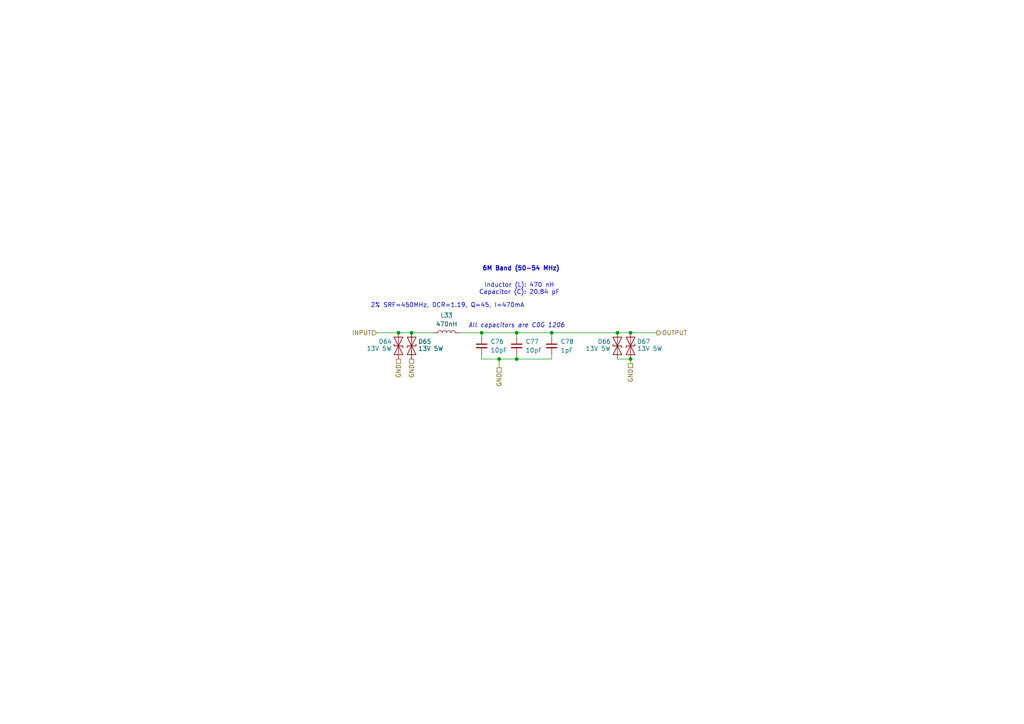
<source format=kicad_sch>
(kicad_sch (version 20231120) (generator "eeschema") (generator_version "8.0")
  (paper "A4")
  (lib_symbols
    (symbol "Device:C_Small" (pin_numbers hide) (pin_names (offset 0.254) hide)
      (property "Reference" "C" (at 0.254 1.778 0))
      (property "Value" "C_Small" (at 0.254 -2.032 0))
      (symbol "C_Small_0_1"
        (polyline (pts (xy -1.524 -0.508) (xy 1.524 -0.508)) (stroke (width 0.3302)))
        (polyline (pts (xy -1.524 0.508) (xy 1.524 0.508)) (stroke (width 0.3048)))
      )
      (symbol "C_Small_1_1"
        (pin passive line (at 0 2.54 270) (length 2.032) (name "~") (number "1"))
        (pin passive line (at 0 -2.54 90) (length 2.032) (name "~") (number "2"))
      )
    )
    (symbol "Device:L" (pin_numbers hide) (pin_names (offset 1.016) hide)
      (property "Reference" "L" (at -1.27 0 90))
      (property "Value" "L" (at 1.905 0 90))
      (symbol "L_0_1"
        (arc (start 0 -2.54) (mid 0.6323 -1.905) (end 0 -1.27))
        (arc (start 0 -1.27) (mid 0.6323 -0.635) (end 0 0))
        (arc (start 0 0) (mid 0.6323 0.635) (end 0 1.27))
        (arc (start 0 1.27) (mid 0.6323 1.905) (end 0 2.54))
      )
      (symbol "L_1_1"
        (pin passive line (at 0 3.81 270) (length 1.27) (name "1") (number "1"))
        (pin passive line (at 0 -3.81 90) (length 1.27) (name "2") (number "2"))
      )
    )
    (symbol "Diode:SD15_SOD323" (pin_numbers hide) (pin_names (offset 1.016) hide)
      (property "Reference" "D" (at 0 2.54 0))
      (property "Value" "SD15_SOD323" (at 0 -2.54 0))
      (symbol "SD15_SOD323_0_1"
        (polyline (pts (xy 1.27 0) (xy -1.27 0)))
        (polyline (pts (xy -2.54 -1.27) (xy 0 0) (xy -2.54 1.27) (xy -2.54 -1.27)) (stroke (width 0.2032)))
        (polyline (pts (xy 0.508 1.27) (xy 0 1.27) (xy 0 -1.27) (xy -0.508 -1.27)) (stroke (width 0.2032)))
        (polyline (pts (xy 2.54 1.27) (xy 2.54 -1.27) (xy 0 0) (xy 2.54 1.27)) (stroke (width 0.2032)))
      )
      (symbol "SD15_SOD323_1_1"
        (pin passive line (at -3.81 0 0) (length 2.54) (name "A1") (number "1"))
        (pin passive line (at 3.81 0 180) (length 2.54) (name "A2") (number "2"))
      )
    )
  )
  (junction (at 139.7 96.52))
  (junction (at 119.38 96.52))
  (junction (at 144.78 104.14))
  (junction (at 182.88 96.52))
  (junction (at 149.86 104.14))
  (junction (at 160.02 96.52))
  (junction (at 182.88 104.14))
  (junction (at 149.86 96.52))
  (junction (at 179.07 96.52))
  (junction (at 115.57 96.52))
  (wire (pts (xy 139.7 96.52) (xy 149.86 96.52)))
  (wire (pts (xy 179.07 96.52) (xy 182.88 96.52)))
  (wire (pts (xy 149.86 102.87) (xy 149.86 104.14)))
  (wire (pts (xy 119.38 96.52) (xy 125.73 96.52)))
  (wire (pts (xy 144.78 104.14) (xy 149.86 104.14)))
  (wire (pts (xy 160.02 104.14) (xy 160.02 102.87)))
  (wire (pts (xy 160.02 96.52) (xy 179.07 96.52)))
  (wire (pts (xy 133.35 96.52) (xy 139.7 96.52)))
  (wire (pts (xy 179.07 104.14) (xy 182.88 104.14)))
  (wire (pts (xy 139.7 102.87) (xy 139.7 104.14)))
  (wire (pts (xy 139.7 104.14) (xy 144.78 104.14)))
  (wire (pts (xy 149.86 104.14) (xy 160.02 104.14)))
  (wire (pts (xy 144.78 104.14) (xy 144.78 106.68)))
  (wire (pts (xy 109.22 96.52) (xy 115.57 96.52)))
  (wire (pts (xy 149.86 96.52) (xy 149.86 97.79)))
  (wire (pts (xy 182.88 96.52) (xy 190.5 96.52)))
  (wire (pts (xy 139.7 96.52) (xy 139.7 97.79)))
  (wire (pts (xy 160.02 96.52) (xy 160.02 97.79)))
  (wire (pts (xy 182.88 104.14) (xy 182.88 105.41)))
  (wire (pts (xy 115.57 96.52) (xy 119.38 96.52)))
  (wire (pts (xy 149.86 96.52) (xy 160.02 96.52)))
  (text "Inductor (L): 470 nH\nCapacitor (C): 20.84 pF" (at 150.622 83.82 0) (effects (font (size 1.27 1.27))))
  (text "6M Band (50-54 MHz)" (at 151.13 77.978 0) (effects (font (size 1.27 1.27) (thickness 0.254) (bold yes))))
  (text "All capacitors are C0G 1206" (at 149.86 94.488 0) (effects (font (size 1.27 1.27) (italic yes))))
  (text "2% SRF=450MHz, DCR=1.19, Q=45, I=470mA" (at 129.794 88.646 0) (effects (font (size 1.27 1.27))))
  (hierarchical_label "GND" (shape passive) (at 144.78 106.68 270))
  (hierarchical_label "GND" (shape passive) (at 119.38 104.14 270))
  (hierarchical_label "GND" (shape passive) (at 115.57 104.14 270))
  (hierarchical_label "OUTPUT" (shape output) (at 190.5 96.52 0))
  (hierarchical_label "GND" (shape passive) (at 182.88 105.41 270))
  (hierarchical_label "INPUT" (shape input) (at 109.22 96.52 180))
  (symbol (lib_id "Device:C_Small") (at 160.02 100.33 0) (unit 1)
    (property "Reference" "C78" (at 162.56 99.0662 0) (effects (justify left)))
    (property "Value" "1pF" (at 162.56 101.6062 0) (effects (justify left)))
    (property "Footprint" "Capacitor_SMD:C_1206_3216Metric" (effects (hide yes)))
    (property "Datasheet" "https://wmsc.lcsc.com/wmsc/upload/file/pdf/v2/lcsc/2304140030_FH--Guangdong-Fenghua-Advanced-Tech-1206CG1R0C500NT_C1891.pdf" (effects (hide yes)))
    (property "Description" "Unpolarized capacitor, small symbol" (effects (hide yes)))
    (property "LCSC Part #" "C1891" (effects (hide yes)))
    (property "MPN" "1206CG1R0C500NT" (effects (hide yes)))
    (property "Manufacturer" "Fenghua" (effects (hide yes)))
  )
  (symbol (lib_id "Device:C_Small") (at 149.86 100.33 0) (unit 1)
    (property "Reference" "C77" (at 152.4 99.0662 0) (effects (justify left)))
    (property "Value" "10pF" (at 152.4 101.6062 0) (effects (justify left)))
    (property "Footprint" "Capacitor_SMD:C_1206_3216Metric" (effects (hide yes)))
    (property "Datasheet" "https://wmsc.lcsc.com/wmsc/upload/file/pdf/v2/lcsc/2304140030_CCTC-TCC1206COG100J102DT_C377014.pdf" (effects (hide yes)))
    (property "Description" "1kV 10pF C0G ±5% 1206 Multilayer Ceramic Capacitors MLCC - SMD/SMT ROHS" (effects (hide yes)))
    (property "LCSC Part #" "C377014" (effects (hide yes)))
    (property "MPN" "TCC1206COG100J102DT" (effects (hide yes)))
    (property "Manufacturer" "CCTC" (effects (hide yes)))
  )
  (symbol (lib_id "Diode:SD15_SOD323") (at 182.88 100.33 270) (mirror x) (unit 1)
    (property "Reference" "D67" (at 186.69 99.06 90))
    (property "Value" "13V 5W" (at 188.468 101.092 90))
    (property "Footprint" "Diode_SMD:D_0603_1608Metric" (effects (hide yes)))
    (property "Datasheet" "https://wmsc.lcsc.com/wmsc/upload/file/pdf/v2/lcsc/1912111437_DOWO-SMB5350B_C284082.pdf" (effects (hide yes)))
    (property "Description" "Independent Type 5W 13V SMB(DO-214AA) Zener Diodes ROHS" (effects (hide yes)))
    (property "LCSC Part #" "C284082" (effects (hide yes)))
    (property "MPN" "SMB5350B" (effects (hide yes)))
    (property "Manufacturer" "DOWO" (effects (hide yes)))
  )
  (symbol (lib_id "Diode:SD15_SOD323") (at 115.57 100.33 90) (unit 1)
    (property "Reference" "D64" (at 111.76 99.06 90))
    (property "Value" "13V 5W" (at 109.982 101.092 90))
    (property "Footprint" "Diode_SMD:D_0603_1608Metric" (effects (hide yes)))
    (property "Datasheet" "https://wmsc.lcsc.com/wmsc/upload/file/pdf/v2/lcsc/1912111437_DOWO-SMB5350B_C284082.pdf" (effects (hide yes)))
    (property "Description" "Independent Type 5W 13V SMB(DO-214AA) Zener Diodes ROHS" (effects (hide yes)))
    (property "LCSC Part #" "C284082" (effects (hide yes)))
    (property "MPN" "SMB5350B" (effects (hide yes)))
    (property "Manufacturer" "DOWO" (effects (hide yes)))
  )
  (symbol (lib_id "Diode:SD15_SOD323") (at 179.07 100.33 90) (unit 1)
    (property "Reference" "D66" (at 175.26 99.06 90))
    (property "Value" "13V 5W" (at 173.482 101.092 90))
    (property "Footprint" "Diode_SMD:D_0603_1608Metric" (effects (hide yes)))
    (property "Datasheet" "https://wmsc.lcsc.com/wmsc/upload/file/pdf/v2/lcsc/1912111437_DOWO-SMB5350B_C284082.pdf" (effects (hide yes)))
    (property "Description" "Independent Type 5W 13V SMB(DO-214AA) Zener Diodes ROHS" (effects (hide yes)))
    (property "LCSC Part #" "C284082" (effects (hide yes)))
    (property "MPN" "SMB5350B" (effects (hide yes)))
    (property "Manufacturer" "DOWO" (effects (hide yes)))
  )
  (symbol (lib_id "Diode:SD15_SOD323") (at 119.38 100.33 270) (mirror x) (unit 1)
    (property "Reference" "D65" (at 123.19 99.06 90))
    (property "Value" "13V 5W" (at 124.968 101.092 90))
    (property "Footprint" "Diode_SMD:D_0603_1608Metric" (effects (hide yes)))
    (property "Datasheet" "https://wmsc.lcsc.com/wmsc/upload/file/pdf/v2/lcsc/1912111437_DOWO-SMB5350B_C284082.pdf" (effects (hide yes)))
    (property "Description" "Independent Type 5W 13V SMB(DO-214AA) Zener Diodes ROHS" (effects (hide yes)))
    (property "LCSC Part #" "C284082" (effects (hide yes)))
    (property "MPN" "SMB5350B" (effects (hide yes)))
    (property "Manufacturer" "DOWO" (effects (hide yes)))
  )
  (symbol (lib_id "Device:L") (at 129.54 96.52 90) (unit 1)
    (property "Reference" "L33" (at 129.54 91.44 90))
    (property "Value" "470nH" (at 129.54 93.98 90))
    (property "Footprint" "Inductor_SMD:L_1008_2520Metric" (effects (hide yes)))
    (property "Datasheet" "https://wmsc.lcsc.com/wmsc/upload/file/pdf/v2/lcsc/1912111437_PSA-Prosperity-Dielectrics-FEC1008CP-R47G-LRH_C346450.pdf" (effects (hide yes)))
    (property "Description" "470mA 470nH ±2% 1.19Ω 1008 Inductors (SMD) ROHS" (effects (hide yes)))
    (property "LCSC Part #" "C346450" (effects (hide yes)))
    (property "MPN" "FEC1008CP-R47G-LRH" (effects (hide yes)))
    (property "Manufacturer" "Prosperity" (effects (hide yes)))
  )
  (symbol (lib_id "Device:C_Small") (at 139.7 100.33 0) (unit 1)
    (property "Reference" "C76" (at 142.24 99.0662 0) (effects (justify left)))
    (property "Value" "10pF" (at 142.24 101.6062 0) (effects (justify left)))
    (property "Footprint" "Capacitor_SMD:C_1206_3216Metric" (effects (hide yes)))
    (property "Datasheet" "https://wmsc.lcsc.com/wmsc/upload/file/pdf/v2/lcsc/2304140030_CCTC-TCC1206COG100J102DT_C377014.pdf" (effects (hide yes)))
    (property "Description" "1kV 10pF C0G ±5% 1206 Multilayer Ceramic Capacitors MLCC - SMD/SMT ROHS" (effects (hide yes)))
    (property "LCSC Part #" "C377014" (effects (hide yes)))
    (property "MPN" "TCC1206COG100J102DT" (effects (hide yes)))
    (property "Manufacturer" "CCTC" (effects (hide yes)))
  )
)
</source>
